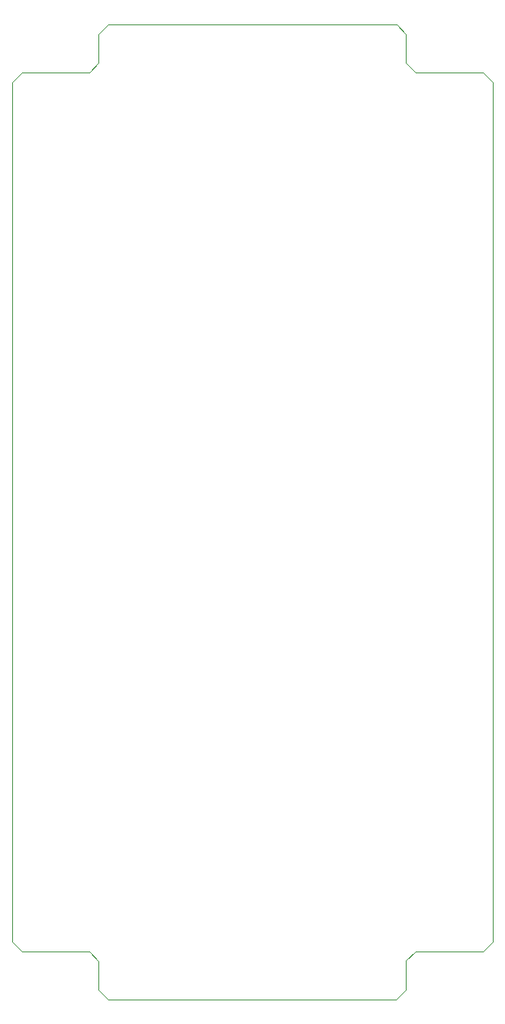
<source format=gbr>
%TF.GenerationSoftware,KiCad,Pcbnew,8.0.5-8.0.5-0~ubuntu24.04.1*%
%TF.CreationDate,2024-10-05T16:37:18-07:00*%
%TF.ProjectId,interconnect,696e7465-7263-46f6-9e6e-6563742e6b69,rev?*%
%TF.SameCoordinates,Original*%
%TF.FileFunction,Profile,NP*%
%FSLAX46Y46*%
G04 Gerber Fmt 4.6, Leading zero omitted, Abs format (unit mm)*
G04 Created by KiCad (PCBNEW 8.0.5-8.0.5-0~ubuntu24.04.1) date 2024-10-05 16:37:18*
%MOMM*%
%LPD*%
G01*
G04 APERTURE LIST*
%TA.AperFunction,Profile*%
%ADD10C,0.050000*%
%TD*%
G04 APERTURE END LIST*
D10*
X104770000Y-55370000D02*
X104770000Y-144720000D01*
X145770000Y-146710000D02*
X145770000Y-149710000D01*
X146770000Y-145710000D02*
X145770000Y-146710000D01*
X113770000Y-146720000D02*
X112770000Y-145720000D01*
X113770000Y-50370000D02*
X113770000Y-53370000D01*
X144760000Y-150720000D02*
X114770000Y-150720000D01*
X114770000Y-150720000D02*
X113770000Y-149720000D01*
X114770000Y-49370000D02*
X113770000Y-50370000D01*
X146770000Y-54370000D02*
X153770000Y-54370000D01*
X112770000Y-54370000D02*
X113770000Y-53370000D01*
X144770000Y-49370000D02*
X114770000Y-49370000D01*
X145770000Y-50370000D02*
X144770000Y-49370000D01*
X145770000Y-149710000D02*
X144760000Y-150720000D01*
X153770000Y-145710000D02*
X154770000Y-144710000D01*
X145770000Y-53370000D02*
X146770000Y-54370000D01*
X145770000Y-53370000D02*
X145770000Y-50370000D01*
X113770000Y-146720000D02*
X113770000Y-149720000D01*
X104770000Y-144720000D02*
X105770000Y-145720000D01*
X146770000Y-145710000D02*
X153770000Y-145710000D01*
X154770000Y-144710000D02*
X154770000Y-55370000D01*
X105770000Y-54370000D02*
X112770000Y-54370000D01*
X112770000Y-145720000D02*
X105770000Y-145720000D01*
X153770000Y-54370000D02*
X154770000Y-55370000D01*
X104770000Y-55370000D02*
X105770000Y-54370000D01*
M02*

</source>
